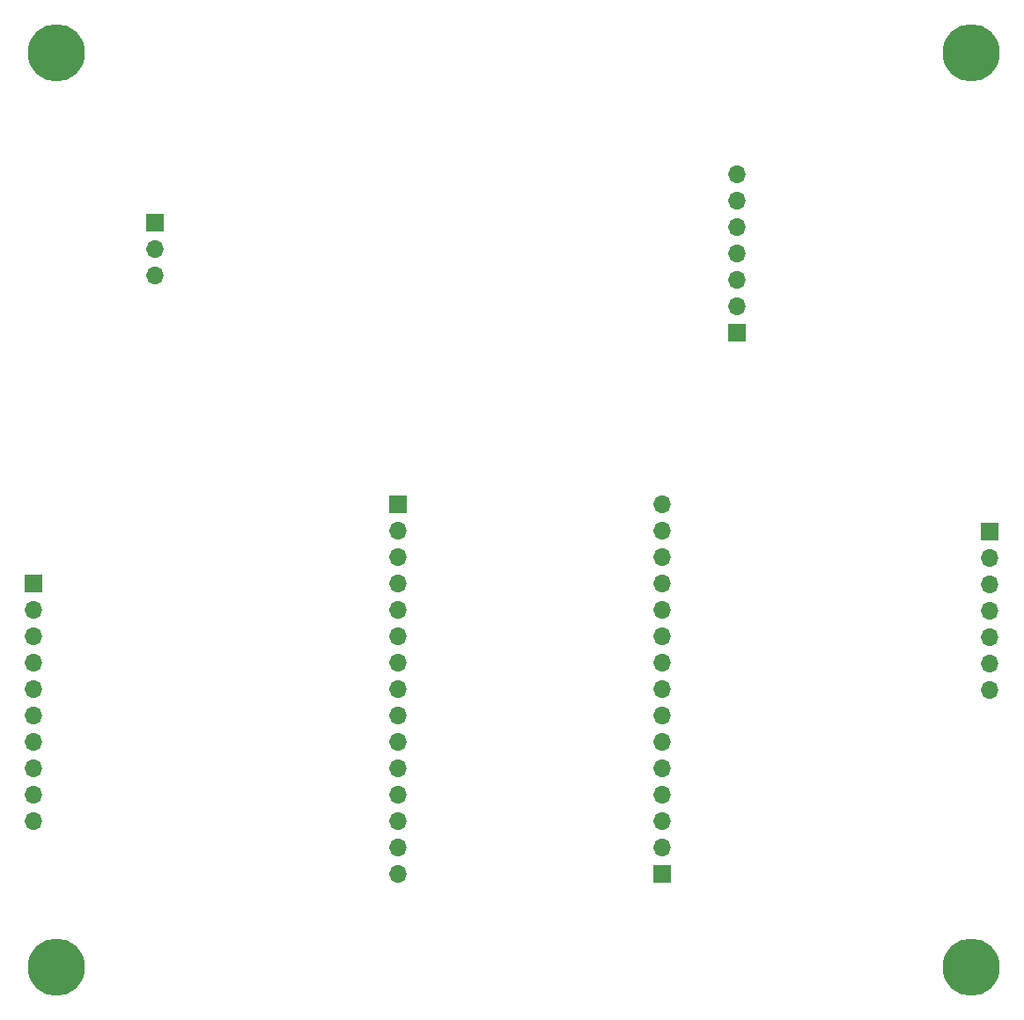
<source format=gbr>
%TF.GenerationSoftware,KiCad,Pcbnew,9.0.0*%
%TF.CreationDate,2025-05-23T23:11:46+02:00*%
%TF.ProjectId,25Zak001 ESP32 Mark0 Rev1,32355a61-6b30-4303-9120-455350333220,rev?*%
%TF.SameCoordinates,Original*%
%TF.FileFunction,Soldermask,Bot*%
%TF.FilePolarity,Negative*%
%FSLAX46Y46*%
G04 Gerber Fmt 4.6, Leading zero omitted, Abs format (unit mm)*
G04 Created by KiCad (PCBNEW 9.0.0) date 2025-05-23 23:11:46*
%MOMM*%
%LPD*%
G01*
G04 APERTURE LIST*
%ADD10O,1.700000X1.700000*%
%ADD11R,1.700000X1.700000*%
%ADD12C,3.600000*%
%ADD13C,5.500000*%
G04 APERTURE END LIST*
D10*
%TO.C,J4*%
X173300000Y-108360000D03*
X173300000Y-105820000D03*
X173300000Y-103280000D03*
X173300000Y-100740000D03*
X173300000Y-98200000D03*
X173300000Y-95660000D03*
D11*
X173300000Y-93120000D03*
%TD*%
%TO.C,J7*%
X141800000Y-126060000D03*
D10*
X141800000Y-123520000D03*
X141800000Y-120980000D03*
X141800000Y-118440000D03*
X141800000Y-115900000D03*
X141800000Y-113360000D03*
X141800000Y-110820000D03*
X141800000Y-108280000D03*
X141800000Y-105740000D03*
X141800000Y-103200000D03*
X141800000Y-100660000D03*
X141800000Y-98120000D03*
X141800000Y-95580000D03*
X141800000Y-93040000D03*
X141800000Y-90500000D03*
%TD*%
D11*
%TO.C,J6*%
X116400000Y-90500000D03*
D10*
X116400000Y-93040000D03*
X116400000Y-95580000D03*
X116400000Y-98120000D03*
X116400000Y-100660000D03*
X116400000Y-103200000D03*
X116400000Y-105740000D03*
X116400000Y-108280000D03*
X116400000Y-110820000D03*
X116400000Y-113360000D03*
X116400000Y-115900000D03*
X116400000Y-118440000D03*
X116400000Y-120980000D03*
X116400000Y-123520000D03*
X116400000Y-126060000D03*
%TD*%
D12*
%TO.C,H4*%
X171500000Y-135000000D03*
D13*
X171500000Y-135000000D03*
%TD*%
D12*
%TO.C,H1*%
X83500000Y-47000000D03*
D13*
X83500000Y-47000000D03*
%TD*%
D12*
%TO.C,H3*%
X83500000Y-135000000D03*
D13*
X83500000Y-135000000D03*
%TD*%
D11*
%TO.C,J3*%
X81300000Y-98120000D03*
D10*
X81300000Y-100660000D03*
X81300000Y-103200000D03*
X81300000Y-105740000D03*
X81300000Y-108280000D03*
X81300000Y-110820000D03*
X81300000Y-113360000D03*
X81300000Y-115900000D03*
X81300000Y-118440000D03*
X81300000Y-120980000D03*
%TD*%
D12*
%TO.C,H2*%
X171500000Y-47000000D03*
D13*
X171500000Y-47000000D03*
%TD*%
D11*
%TO.C,U1*%
X93000000Y-63420000D03*
D10*
X93000000Y-65960000D03*
X93000000Y-68500000D03*
%TD*%
D11*
%TO.C,J2*%
X149000000Y-73940000D03*
D10*
X149000000Y-71400000D03*
X149000000Y-68860000D03*
X149000000Y-66320000D03*
X149000000Y-63780000D03*
X149000000Y-61240000D03*
X149000000Y-58700000D03*
%TD*%
M02*

</source>
